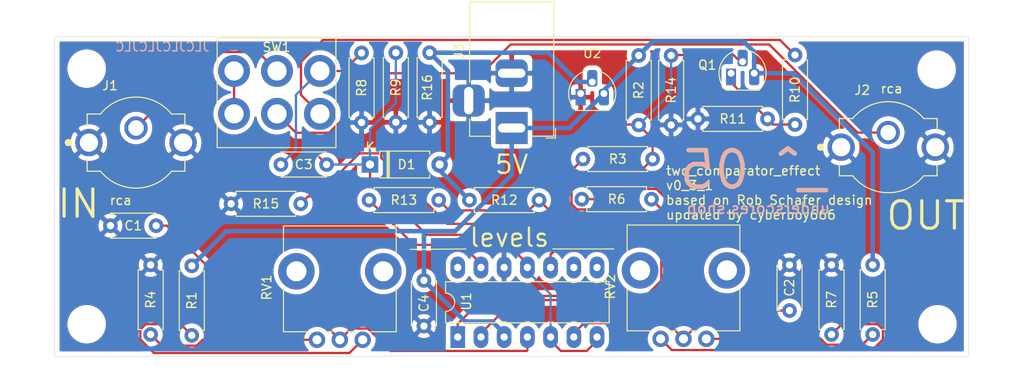
<source format=kicad_pcb>
(kicad_pcb (version 20211014) (generator pcbnew)
  (title_block (title "two_comparator_effect") (date "2022-01-31") (rev "v0_3_1") (company "based on Rob Schafer design, updated by cyberboy666"))
  (layers (0 "F.Cu" signal) (31 "B.Cu" signal) (34 "B.Paste" user) (35 "F.Paste" user) (36 "B.SilkS" user "B.Silkscreen") (37 "F.SilkS" user "F.Silkscreen") (38 "B.Mask" user) (39 "F.Mask" user) (44 "Edge.Cuts" user))
  (net 0 "")
  (net 1 "GND")
  (net 2 "Net-(C1-Pad2)")
  (net 3 "Net-(C2-Pad2)")
  (net 4 "Net-(C3-Pad1)")
  (net 5 "+1.25V")
  (net 6 "Net-(J2-Pad1)")
  (net 7 "+5V")
  (net 8 "Net-(Q1-Pad1)")
  (net 9 "Net-(Q1-Pad2)")
  (net 10 "Net-(R1-Pad2)")
  (net 11 "Net-(R3-Pad1)")
  (net 12 "Net-(R4-Pad2)")
  (net 13 "Net-(R5-Pad2)")
  (net 14 "Net-(R6-Pad1)")
  (net 15 "Net-(R7-Pad2)")
  (net 16 "Net-(R12-Pad1)")
  (net 17 "Net-(R13-Pad1)")
  (net 21 "video_in")
  (net 22 "Net-(J1-Pad1)")
  (net 23 "video_out")
  (net 24 "Net-(SW1-Pad1)")
  (footprint "Capacitor_THT:C_Disc_D4.7mm_W2.5mm_P5.00mm" (layer "F.Cu") (at 96.1 65.7)
    (fp_text reference "C1" (at 2.5 0) (layer "F.SilkS"))
    (fp_text value "1u")
    (fp_line (start 0.03 -1.37) (end 0.03 -1.055) (layer "F.SilkS") (width 0.12))
    (fp_line (start 4.97 -1.37) (end 4.97 -1.055) (layer "F.SilkS") (width 0.12))
    (fp_line (start 4.97 1.055) (end 4.97 1.37) (layer "F.SilkS") (width 0.12))
    (fp_line (start 0.03 1.37) (end 4.97 1.37) (layer "F.SilkS") (width 0.12))
    (fp_line (start 0.03 -1.37) (end 4.97 -1.37) (layer "F.SilkS") (width 0.12))
    (fp_line (start 0.03 1.055) (end 0.03 1.37) (layer "F.SilkS") (width 0.12))
    (pad "1" thru_hole circle locked (at 0 0) (size 1.6 1.6) (drill 0.8) (layers *.Cu *.Mask) (net 1 "GND"))
    (pad "2" thru_hole circle locked (at 5 0) (size 1.6 1.6) (drill 0.8) (layers *.Cu *.Mask) (net 2 "Net-(C1-Pad2)"))
  )
  (footprint "Diode_THT:D_A-405_P7.62mm_Horizontal" (layer "F.Cu") (at 124.5 59)
    (fp_text reference "D1" (at 4 0) (layer "F.SilkS"))
    (fp_text value "1n914")
    (fp_text user "K" (at 0 -1.9) (layer "F.SilkS"))
    (fp_line (start 1.09 -1.14) (end 1.09 -1.47) (layer "F.SilkS") (width 0.12))
    (fp_line (start 6.53 1.47) (end 6.53 1.14) (layer "F.SilkS") (width 0.12))
    (fp_line (start 1.99 -1.47) (end 1.99 1.47) (layer "F.SilkS") (width 0.12))
    (fp_line (start 1.09 -1.47) (end 6.53 -1.47) (layer "F.SilkS") (width 0.12))
    (fp_line (start 1.09 1.47) (end 6.53 1.47) (layer "F.SilkS") (width 0.12))
    (fp_line (start 1.09 1.14) (end 1.09 1.47) (layer "F.SilkS") (width 0.12))
    (fp_line (start 1.87 -1.47) (end 1.87 1.47) (layer "F.SilkS") (width 0.12))
    (fp_line (start 6.53 -1.47) (end 6.53 -1.14) (layer "F.SilkS") (width 0.12))
    (fp_line (start 2.11 -1.47) (end 2.11 1.47) (layer "F.SilkS") (width 0.12))
    (pad "1" thru_hole rect locked (at 0 0) (size 1.8 1.8) (drill 0.9) (layers *.Cu *.Mask) (net 4 "Net-(C3-Pad1)"))
    (pad "2" thru_hole oval locked (at 7.62 0) (size 1.8 1.8) (drill 0.9) (layers *.Cu *.Mask) (net 5 "+1.25V"))
  )
  (footprint "lib:BarrelJack_Horizontal" (layer "F.Cu") (at 140 55 -90)
    (fp_text reference "J3" (at -8.45 5.75 90) (layer "F.SilkS"))
    (fp_text value "Barrel_Jack")
    (fp_line (start -13.8 -4.6) (end 0.9 -4.6) (layer "F.SilkS") (width 0.12))
    (fp_line (start 1.1 -3.75) (end 1.1 -4.8) (layer "F.SilkS") (width 0.12))
    (fp_line (start -13.8 4.6) (end -13.8 -4.6) (layer "F.SilkS") (width 0.12))
    (fp_line (start 0.05 -4.8) (end 1.1 -4.8) (layer "F.SilkS") (width 0.12))
    (fp_line (start 0.9 1.9) (end 0.9 4.6) (layer "F.SilkS") (width 0.12))
    (fp_line (start 0.9 4.6) (end -1 4.6) (layer "F.SilkS") (width 0.12))
    (fp_line (start -5 4.6) (end -13.8 4.6) (layer "F.SilkS") (width 0.12))
    (fp_line (start 0.9 -4.6) (end 0.9 -2) (layer "F.SilkS") (width 0.12))
    (pad "1" thru_hole rect locked (at 0 0 270) (size 3.5 3.5) (drill oval 1 3) (layers *.Cu *.Mask) (net 7 "+5V"))
    (pad "2" thru_hole roundrect locked (at -6 0 270) (size 3 3.5) (drill oval 1 3) (layers *.Cu *.Mask) (net 1 "GND"))
    (pad "3" thru_hole roundrect locked (at -3 4.7 270) (size 3.5 3.5) (drill oval 3 1) (layers *.Cu *.Mask) (net 1 "GND"))
  )
  (footprint "Package_TO_SOT_THT:TO-92_HandSolder" (layer "F.Cu") (at 164 49)
    (fp_text reference "Q1" (at -2.6 -0.9) (layer "F.SilkS"))
    (fp_text value "2N3904")
    (fp_line (start -0.53 1.85) (end 3.07 1.85) (layer "F.SilkS") (width 0.12))
    (fp_arc (start 2.05 -2.45) (mid 3.769931 -0.601036) (end 3.078445 1.827684) (layer "F.SilkS") (width 0.12))
    (fp_arc (start -0.541875 1.841741) (mid -1.247231 -0.581764) (end 0.45 -2.45) (layer "F.SilkS") (width 0.12))
    (pad "1" thru_hole rect locked (at 0 0) (size 1.1 1.8) (drill 0.75 (offset 0 0.4)) (layers *.Cu *.Mask) (net 8 "Net-(Q1-Pad1)"))
    (pad "2" thru_hole roundrect locked (at 1.27 -1.27) (size 1.1 1.8) (drill 0.75 (offset 0 -0.4)) (layers *.Cu *.Mask) (net 9 "Net-(Q1-Pad2)"))
    (pad "3" thru_hole roundrect locked (at 2.54 0) (size 1.1 1.8) (drill 0.75 (offset 0 0.4)) (layers *.Cu *.Mask) (net 7 "+5V"))
  )
  (footprint "Resistor_THT:R_Axial_DIN0207_L6.3mm_D2.5mm_P7.62mm_Horizontal" (layer "F.Cu") (at 105 70.1 -90)
    (fp_text reference "R1" (at 3.81 0 90) (layer "F.SilkS"))
    (fp_text value "3k")
    (fp_line (start 7.08 1.37) (end 7.08 1.04) (layer "F.SilkS") (width 0.12))
    (fp_line (start 0.54 1.04) (end 0.54 1.37) (layer "F.SilkS") (width 0.12))
    (fp_line (start 0.54 1.37) (end 7.08 1.37) (layer "F.SilkS") (width 0.12))
    (fp_line (start 7.08 -1.37) (end 7.08 -1.04) (layer "F.SilkS") (width 0.12))
    (fp_line (start 0.54 -1.04) (end 0.54 -1.37) (layer "F.SilkS") (width 0.12))
    (fp_line (start 0.54 -1.37) (end 7.08 -1.37) (layer "F.SilkS") (width 0.12))
    (pad "1" thru_hole circle locked (at 0 0 270) (size 1.6 1.6) (drill 0.8) (layers *.Cu *.Mask) (net 7 "+5V"))
    (pad "2" thru_hole oval locked (at 7.62 0 270) (size 1.6 1.6) (drill 0.8) (layers *.Cu *.Mask) (net 10 "Net-(R1-Pad2)"))
  )
  (footprint "Resistor_THT:R_Axial_DIN0207_L6.3mm_D2.5mm_P7.62mm_Horizontal" (layer "F.Cu") (at 153.9 47.05 -90)
    (fp_text reference "R2" (at 3.81 0 90) (layer "F.SilkS"))
    (fp_text value "1k")
    (fp_line (start 0.54 -1.04) (end 0.54 -1.37) (layer "F.SilkS") (width 0.12))
    (fp_line (start 7.08 -1.37) (end 7.08 -1.04) (layer "F.SilkS") (width 0.12))
    (fp_line (start 0.54 -1.37) (end 7.08 -1.37) (layer "F.SilkS") (width 0.12))
    (fp_line (start 0.54 1.37) (end 7.08 1.37) (layer "F.SilkS") (width 0.12))
    (fp_line (start 7.08 1.37) (end 7.08 1.04) (layer "F.SilkS") (width 0.12))
    (fp_line (start 0.54 1.04) (end 0.54 1.37) (layer "F.SilkS") (width 0.12))
    (pad "1" thru_hole circle locked (at 0 0 270) (size 1.6 1.6) (drill 0.8) (layers *.Cu *.Mask) (net 7 "+5V"))
    (pad "2" thru_hole oval locked (at 7.62 0 270) (size 1.6 1.6) (drill 0.8) (layers *.Cu *.Mask) (net 9 "Net-(Q1-Pad2)"))
  )
  (footprint "Resistor_THT:R_Axial_DIN0207_L6.3mm_D2.5mm_P7.62mm_Horizontal" (layer "F.Cu") (at 100.5 70 -90)
    (fp_text reference "R4" (at 3.81 0 90) (layer "F.SilkS"))
    (fp_text value "910")
    (fp_line (start 0.54 1.04) (end 0.54 1.37) (layer "F.SilkS") (width 0.12))
    (fp_line (start 0.54 -1.04) (end 0.54 -1.37) (layer "F.SilkS") (width 0.12))
    (fp_line (start 7.08 -1.37) (end 7.08 -1.04) (layer "F.SilkS") (width 0.12))
    (fp_line (start 0.54 -1.37) (end 7.08 -1.37) (layer "F.SilkS") (width 0.12))
    (fp_line (start 0.54 1.37) (end 7.08 1.37) (layer "F.SilkS") (width 0.12))
    (fp_line (start 7.08 1.37) (end 7.08 1.04) (layer "F.SilkS") (width 0.12))
    (pad "1" thru_hole circle locked (at 0 0 270) (size 1.6 1.6) (drill 0.8) (layers *.Cu *.Mask) (net 1 "GND"))
    (pad "2" thru_hole oval locked (at 7.62 0 270) (size 1.6 1.6) (drill 0.8) (layers *.Cu *.Mask) (net 12 "Net-(R4-Pad2)"))
  )
  (footprint "Resistor_THT:R_Axial_DIN0207_L6.3mm_D2.5mm_P7.62mm_Horizontal" (layer "F.Cu") (at 123.575 46.775 -90)
    (fp_text reference "R8" (at 3.81 0 90) (layer "F.SilkS"))
    (fp_text value "75")
    (fp_line (start 0.54 1.37) (end 7.08 1.37) (layer "F.SilkS") (width 0.12))
    (fp_line (start 0.54 -1.37) (end 7.08 -1.37) (layer "F.SilkS") (width 0.12))
    (fp_line (start 0.54 -1.04) (end 0.54 -1.37) (layer "F.SilkS") (width 0.12))
    (fp_line (start 7.08 -1.37) (end 7.08 -1.04) (layer "F.SilkS") (width 0.12))
    (fp_line (start 7.08 1.37) (end 7.08 1.04) (layer "F.SilkS") (width 0.12))
    (fp_line (start 0.54 1.04) (end 0.54 1.37) (layer "F.SilkS") (width 0.12))
    (pad "1" thru_hole circle locked (at 0 0 270) (size 1.6 1.6) (drill 0.8) (layers *.Cu *.Mask) (net 21 "video_in"))
    (pad "2" thru_hole oval locked (at 7.62 0 270) (size 1.6 1.6) (drill 0.8) (layers *.Cu *.Mask) (net 1 "GND"))
  )
  (footprint "Resistor_THT:R_Axial_DIN0207_L6.3mm_D2.5mm_P7.62mm_Horizontal" (layer "F.Cu") (at 127.325 46.75 -90)
    (fp_text reference "R9" (at 3.81 0 90) (layer "F.SilkS"))
    (fp_text value "150k")
    (fp_line (start 7.08 1.37) (end 7.08 1.04) (layer "F.SilkS") (width 0.12))
    (fp_line (start 0.54 -1.04) (end 0.54 -1.37) (layer "F.SilkS") (width 0.12))
    (fp_line (start 0.54 1.37) (end 7.08 1.37) (layer "F.SilkS") (width 0.12))
    (fp_line (start 0.54 1.04) (end 0.54 1.37) (layer "F.SilkS") (width 0.12))
    (fp_line (start 7.08 -1.37) (end 7.08 -1.04) (layer "F.SilkS") (width 0.12))
    (fp_line (start 0.54 -1.37) (end 7.08 -1.37) (layer "F.SilkS") (width 0.12))
    (pad "1" thru_hole circle locked (at 0 0 270) (size 1.6 1.6) (drill 0.8) (layers *.Cu *.Mask) (net 4 "Net-(C3-Pad1)"))
    (pad "2" thru_hole oval locked (at 7.62 0 270) (size 1.6 1.6) (drill 0.8) (layers *.Cu *.Mask) (net 1 "GND"))
  )
  (footprint "Resistor_THT:R_Axial_DIN0207_L6.3mm_D2.5mm_P7.62mm_Horizontal" (layer "F.Cu") (at 171 47 -90)
    (fp_text reference "R10" (at 3.81 0 90) (layer "F.SilkS"))
    (fp_text value "75")
    (fp_line (start 0.54 1.37) (end 7.08 1.37) (layer "F.SilkS") (width 0.12))
    (fp_line (start 7.08 1.37) (end 7.08 1.04) (layer "F.SilkS") (width 0.12))
    (fp_line (start 0.54 -1.37) (end 7.08 -1.37) (layer "F.SilkS") (width 0.12))
    (fp_line (start 0.54 1.04) (end 0.54 1.37) (layer "F.SilkS") (width 0.12))
    (fp_line (start 0.54 -1.04) (end 0.54 -1.37) (layer "F.SilkS") (width 0.12))
    (fp_line (start 7.08 -1.37) (end 7.08 -1.04) (layer "F.SilkS") (width 0.12))
    (pad "1" thru_hole circle locked (at 0 0 270) (size 1.6 1.6) (drill 0.8) (layers *.Cu *.Mask) (net 23 "video_out"))
    (pad "2" thru_hole oval locked (at 7.62 0 270) (size 1.6 1.6) (drill 0.8) (layers *.Cu *.Mask) (net 8 "Net-(Q1-Pad1)"))
  )
  (footprint "Resistor_THT:R_Axial_DIN0207_L6.3mm_D2.5mm_P7.62mm_Horizontal" (layer "F.Cu") (at 168 54 180)
    (fp_text reference "R11" (at 3.81 0) (layer "F.SilkS"))
    (fp_text value "47")
    (fp_line (start 7.08 -1.37) (end 7.08 -1.04) (layer "F.SilkS") (width 0.12))
    (fp_line (start 0.54 -1.04) (end 0.54 -1.37) (layer "F.SilkS") (width 0.12))
    (fp_line (start 0.54 1.04) (end 0.54 1.37) (layer "F.SilkS") (width 0.12))
    (fp_line (start 0.54 1.37) (end 7.08 1.37) (layer "F.SilkS") (width 0.12))
    (fp_line (start 0.54 -1.37) (end 7.08 -1.37) (layer "F.SilkS") (width 0.12))
    (fp_line (start 7.08 1.37) (end 7.08 1.04) (layer "F.SilkS") (width 0.12))
    (pad "1" thru_hole circle locked (at 0 0 180) (size 1.6 1.6) (drill 0.8) (layers *.Cu *.Mask) (net 8 "Net-(Q1-Pad1)"))
    (pad "2" thru_hole oval locked (at 7.62 0 180) (size 1.6 1.6) (drill 0.8) (layers *.Cu *.Mask) (net 1 "GND"))
  )
  (footprint "Resistor_THT:R_Axial_DIN0207_L6.3mm_D2.5mm_P7.62mm_Horizontal" (layer "F.Cu") (at 143 62.9 180)
    (fp_text reference "R12" (at 3.81 0) (layer "F.SilkS"))
    (fp_text value "470")
    (fp_line (start 7.08 -1.37) (end 7.08 -1.04) (layer "F.SilkS") (width 0.12))
    (fp_line (start 0.54 -1.37) (end 7.08 -1.37) (layer "F.SilkS") (width 0.12))
    (fp_line (start 7.08 1.37) (end 7.08 1.04) (layer "F.SilkS") (width 0.12))
    (fp_line (start 0.54 1.37) (end 7.08 1.37) (layer "F.SilkS") (width 0.12))
    (fp_line (start 0.54 -1.04) (end 0.54 -1.37) (layer "F.SilkS") (width 0.12))
    (fp_line (start 0.54 1.04) (end 0.54 1.37) (layer "F.SilkS") (width 0.12))
    (pad "1" thru_hole circle locked (at 0 0 180) (size 1.6 1.6) (drill 0.8) (layers *.Cu *.Mask) (net 16 "Net-(R12-Pad1)"))
    (pad "2" thru_hole oval locked (at 7.62 0 180) (size 1.6 1.6) (drill 0.8) (layers *.Cu *.Mask) (net 5 "+1.25V"))
  )
  (footprint "Resistor_THT:R_Axial_DIN0207_L6.3mm_D2.5mm_P7.62mm_Horizontal" (layer "F.Cu") (at 124.4 62.9)
    (fp_text reference "R13" (at 3.81 0) (layer "F.SilkS"))
    (fp_text value "180")
    (fp_line (start 0.54 1.04) (end 0.54 1.37) (layer "F.SilkS") (width 0.12))
    (fp_line (start 0.54 -1.04) (end 0.54 -1.37) (layer "F.SilkS") (width 0.12))
    (fp_line (start 0.54 -1.37) (end 7.08 -1.37) (layer "F.SilkS") (width 0.12))
    (fp_line (start 7.08 1.37) (end 7.08 1.04) (layer "F.SilkS") (width 0.12))
    (fp_line (start 7.08 -1.37) (end 7.08 -1.04) (layer "F.SilkS") (width 0.12))
    (fp_line (start 0.54 1.37) (end 7.08 1.37) (layer "F.SilkS") (width 0.12))
    (pad "1" thru_hole circle locked (at 0 0) (size 1.6 1.6) (drill 0.8) (layers *.Cu *.Mask) (net 17 "Net-(R13-Pad1)"))
    (pad "2" thru_hole oval locked (at 7.62 0) (size 1.6 1.6) (drill 0.8) (layers *.Cu *.Mask) (net 9 "Net-(Q1-Pad2)"))
  )
  (footprint "Resistor_THT:R_Axial_DIN0207_L6.3mm_D2.5mm_P7.62mm_Horizontal" (layer "F.Cu") (at 157.45 47.05 -90)
    (fp_text reference "R14" (at 3.81 0 90) (layer "F.SilkS"))
    (fp_text value "1.5k")
    (fp_line (start 0.54 1.04) (end 0.54 1.37) (layer "F.SilkS") (width 0.12))
    (fp_line (start 0.54 1.37) (end 7.08 1.37) (layer "F.SilkS") (width 0.12))
    (fp_line (start 0.54 -1.04) (end 0.54 -1.37) (layer "F.SilkS") (width 0.12))
    (fp_line (start 0.54 -1.37) (end 7.08 -1.37) (layer "F.SilkS") (width 0.12))
    (fp_line (start 7.08 1.37) (end 7.08 1.04) (layer "F.SilkS") (width 0.12))
    (fp_line (start 7.08 -1.37) (end 7.08 -1.04) (layer "F.SilkS") (width 0.12))
    (pad "1" thru_hole circle locked (at 0 0 270) (size 1.6 1.6) (drill 0.8) (layers *.Cu *.Mask) (net 9 "Net-(Q1-Pad2)"))
    (pad "2" thru_hole oval locked (at 7.62 0 270) (size 1.6 1.6) (drill 0.8) (layers *.Cu *.Mask) (net 1 "GND"))
  )
  (footprint "Resistor_THT:R_Axial_DIN0207_L6.3mm_D2.5mm_P7.62mm_Horizontal" (layer "F.Cu") (at 109.3 63.3)
    (fp_text reference "R15" (at 3.81 0) (layer "F.SilkS"))
    (fp_text value "1k")
    (fp_line (start 0.54 1.04) (end 0.54 1.37) (layer "F.SilkS") (width 0.12))
    (fp_line (start 0.54 -1.04) (end 0.54 -1.37) (layer "F.SilkS") (width 0.12))
    (fp_line (start 0.54 -1.37) (end 7.08 -1.37) (layer "F.SilkS") (width 0.12))
    (fp_line (start 7.08 -1.37) (end 7.08 -1.04) (layer "F.SilkS") (width 0.12))
    (fp_line (start 7.08 1.37) (end 7.08 1.04) (layer "F.SilkS") (width 0.12))
    (fp_line (start 0.54 1.37) (end 7.08 1.37) (layer "F.SilkS") (width 0.12))
    (pad "1" thru_hole circle locked (at 0 0) (size 1.6 1.6) (drill 0.8) (layers *.Cu *.Mask) (net 1 "GND"))
    (pad "2" thru_hole oval locked (at 7.62 0) (size 1.6 1.6) (drill 0.8) (layers *.Cu *.Mask) (net 16 "Net-(R12-Pad1)"))
  )
  (footprint "Resistor_THT:R_Axial_DIN0207_L6.3mm_D2.5mm_P7.62mm_Horizontal" (layer "F.Cu") (at 131.025 46.75 -90)
    (fp_text reference "R16" (at 3.81 0.25 90) (layer "F.SilkS"))
    (fp_text value "100")
    (fp_line (start 7.08 -1.37) (end 7.08 -1.04) (layer "F.SilkS") (width 0.12))
    (fp_line (start 0.54 1.37) (end 7.08 1.37) (layer "F.SilkS") (width 0.12))
    (fp_line (start 0.54 -1.37) (end 7.08 -1.37) (layer "F.SilkS") (width 0.12))
    (fp_line (start 0.54 -1.04) (end 0.54 -1.37) (layer "F.SilkS") (width 0.12))
    (fp_line (start 7.08 1.37) (end 7.08 1.04) (layer "F.SilkS") (width 0.12))
    (fp_line (start 0.54 1.04) (end 0.54 1.37) (layer "F.SilkS") (width 0.12))
    (pad "1" thru_hole circle locked (at 0 0 270) (size 1.6 1.6) (drill 0.8) (layers *.Cu *.Mask) (net 5 "+1.25V"))
    (pad "2" thru_hole oval locked (at 7.62 0 270) (size 1.6 1.6) (drill 0.8) (layers *.Cu *.Mask) (net 1 "GND"))
  )
  (footprint "lib:Potentiometer_Vertical_Large" (layer "F.Cu") (at 123.7 78.2 90)
    (fp_text reference "RV1" (at 5.725 -10.5 90) (layer "F.SilkS"))
    (fp_text value "1k_pot")
    (fp_line (start 0.88 0.87) (end 0.88 3.67) (layer "F.SilkS") (width 0.12))
    (fp_line (start 9.455 -8.67) (end 12.47 -8.67) (layer "F.SilkS") (width 0.12))
    (fp_line (start 0.88 -8.67) (end 0.88 -5.871) (layer "F.SilkS") (width 0.12))
    (fp_line (start 9.455 3.67) (end 12.47 3.67) (layer "F.SilkS") (width 0.12))
    (fp_line (start 12.47 -8.67) (end 12.47 3.67) (layer "F.SilkS") (width 0.12))
    (fp_line (start 0.88 -1.629) (end 0.88 -0.87) (layer "F.SilkS") (width 0.12))
    (fp_line (start 0.88 -4.129) (end 0.88 -3.37) (layer "F.SilkS") (width 0.12))
    (fp_line (start 0.88 3.67) (end 5.546 3.67) (layer "F.SilkS") (width 0.12))
    (fp_line (start 0.88 -8.67) (end 5.546 -8.67) (layer "F.SilkS") (width 0.12))
    (pad "" np_thru_hole circle locked (at 7.5 -7.25 90) (size 4 4) (drill 2.2) (layers *.Cu *.Mask))
    (pad "" np_thru_hole circle locked (at 7.5 2.25 90) (size 4 4) (drill 2.2) (layers *.Cu *.Mask))
    (pad "1" thru_hole circle locked (at 0 0 90) (size 1.8 1.8) (drill 1) (layers *.Cu *.Mask) (net 10 "Net-(R1-Pad2)"))
    (pad "2" thru_hole circle locked (at 0 -2.5 90) (size 1.8 1.8) (drill 1) (layers *.Cu *.Mask) (net 2 "Net-(C1-Pad2)"))
    (pad "3" thru_hole circle locked (at 0 -5 90) (size 1.8 1.8) (drill 1) (layers *.Cu *.Mask) (net 12 "Net-(R4-Pad2)"))
  )
  (footprint "Package_TO_SOT_THT:TO-92_HandSolder" (layer "F.Cu") (at 147.55 51.225)
    (fp_text reference "U2" (at 1.27 -4.4) (layer "F.SilkS"))
    (fp_text value "LM317")
    (fp_line (start -0.53 1.85) (end 3.07 1.85) (layer "F.SilkS") (width 0.12))
    (fp_arc (start -0.541875 1.841741) (mid -1.247231 -0.581764) (end 0.45 -2.45) (layer "F.SilkS") (width 0.12))
    (fp_arc (start 2.05 -2.45) (mid 3.769931 -0.601036) (end 3.078445 1.827684) (layer "F.SilkS") (width 0.12))
    (pad "1" thru_hole rect locked (at 0 0) (size 1.1 1.8) (drill 0.75 (offset 0 0.4)) (layers *.Cu *.Mask) (net 1 "GND"))
    (pad "2" thru_hole roundrect locked (at 1.27 -1.27) (size 1.1 1.8) (drill 0.75 (offset 0 -0.4)) (layers *.Cu *.Mask) (net 5 "+1.25V"))
    (pad "3" thru_hole roundrect locked (at 2.54 0) (size 1.1 1.8) (drill 0.75 (offset 0 0.4)) (layers *.Cu *.Mask) (net 7 "+5V"))
  )
  (footprint "Capacitor_THT:C_Disc_D4.7mm_W2.5mm_P5.00mm" (layer "F.Cu") (at 119.75 59 180)
    (fp_text reference "C3" (at 2.5 0) (layer "F.SilkS"))
    (fp_text value "1u")
    (fp_line (start 0.03 -1.37) (end 0.03 -1.055) (layer "F.SilkS") (width 0.12))
    (fp_line (start 0.03 -1.37) (end 4.97 -1.37) (layer "F.SilkS") (width 0.12))
    (fp_line (start 4.97 1.055) (end 4.97 1.37) (layer "F.SilkS") (width 0.12))
    (fp_line (start 0.03 1.37) (end 4.97 1.37) (layer "F.SilkS") (width 0.12))
    (fp_line (start 4.97 -1.37) (end 4.97 -1.055) (layer "F.SilkS") (width 0.12))
    (fp_line (start 0.03 1.055) (end 0.03 1.37) (layer "F.SilkS") (width 0.12))
    (pad "1" thru_hole circle locked (at 0 0 180) (size 1.6 1.6) (drill 0.8) (layers *.Cu *.Mask) (net 4 "Net-(C3-Pad1)"))
    (pad "2" thru_hole circle locked (at 5 0 180) (size 1.6 1.6) (drill 0.8) (layers *.Cu *.Mask) (net 21 "video_in"))
  )
  (footprint "Resistor_THT:R_Axial_DIN0207_L6.3mm_D2.5mm_P7.62mm_Horizontal" (layer "F.Cu") (at 179.5 70 -90)
    (fp_text reference "R5" (at 3.81 0 90) (layer "F.SilkS"))
    (fp_text value "3k")
    (fp_line (start 0.54 1.04) (end 0.54 1.37) (layer "F.SilkS") (width 0.12))
    (fp_line (start 0.54 -1.04) (end 0.54 -1.37) (layer "F.SilkS") (width 0.12))
    (fp_line (start 7.08 1.37) (end 7.08 1.04) (layer "F.SilkS") (width 0.12))
    (fp_line (start 0.54 -1.37) (end 7.08 -1.37) (layer "F.SilkS") (width 0.12))
    (fp_line (start 7.08 -1.37) (end 7.08 -1.04) (layer "F.SilkS") (width 0.12))
    (fp_line (start 0.54 1.37) (end 7.08 1.37) (layer "F.SilkS") (width 0.12))
    (pad "1" thru_hole circle locked (at 0 0 270) (size 1.6 1.6) (drill 0.8) (layers *.Cu *.Mask) (net 7 "+5V"))
    (pad "2" thru_hole oval locked (at 7.62 0 270) (size 1.6 1.6) (drill 0.8) (layers *.Cu *.Mask) (net 13 "Net-(R5-Pad2)"))
  )
  (footprint "Resistor_THT:R_Axial_DIN0207_L6.3mm_D2.5mm_P7.62mm_Horizontal" (layer "F.Cu") (at 147.8 58.4)
    (fp_text reference "R3" (at 3.81 0) (layer "F.SilkS"))
    (fp_text value "1.2k")
    (fp_line (start 0.54 1.04) (end 0.54 1.37) (layer "F.SilkS") (width 0.12))
    (fp_line (start 0.54 -1.37) (end 7.08 -1.37) (layer "F.SilkS") (width 0.12))
    (fp_line (start 7.08 -1.37) (end 7.08 -1.04) (layer "F.SilkS") (width 0.12))
    (fp_line (start 0.54 -1.04) (end 0.54 -1.37) (layer "F.SilkS") (width 0.12))
    (fp_line (start 0.54 1.37) (end 7.08 1.37) (layer "F.SilkS") (width 0.12))
    (fp_line (start 7.08 1.37) (end 7.08 1.04) (layer "F.SilkS") (width 0.12))
    (pad "1" thru_hole circle locked (at 0 0) (size 1.6 1.6) (drill 0.8) (layers *.Cu *.Mask) (net 11 "Net-(R3-Pad1)"))
    (pad "2" thru_hole oval locked (at 7.62 0) (size 1.6 1.6) (drill 0.8) (layers *.Cu *.Mask) (net 9 "Net-(Q1-Pad2)"))
  )
  (footprint "Capacitor_THT:C_Disc_D4.7mm_W2.5mm_P5.00mm" (layer "F.Cu") (at 170.4 70 -90)
    (fp_text reference "C2" (at 2.5 0 90) (layer "F.SilkS"))
    (fp_text value "1u")
    (fp_line (start 4.97 1.055) (end 4.97 1.37) (layer "F.SilkS") (width 0.12))
    (fp_line (start 4.97 -1.37) (end 4.97 -1.055) (layer "F.SilkS") (width 0.12))
    (fp_line (start 0.03 -1.37) (end 4.97 -1.37) (layer "F.SilkS") (width 0.12))
    (fp_line (start 0.03 1.37) (end 4.97 1.37) (layer "F.SilkS") (width 0.12))
    (fp_line (start 0.03 1.055) (end 0.03 1.37) (layer "F.SilkS") (width 0.12))
    (fp_line (start 0.03 -1.37) (end 0.03 -1.055) (layer "F.SilkS") (width 0.12))
    (pad "1" thru_hole circle locked (at 0 0 270) (size 1.6 1.6) (drill 0.8) (layers *.Cu *.Mask) (net 1 "GND"))
    (pad "2" thru_hole circle locked (at 5 0 270) (size 1.6 1.6) (drill 0.8) (layers *.Cu *.Mask) (net 3 "Net-(C2-Pad2)"))
  )
  (footprint "Resistor_THT:R_Axial_DIN0207_L6.3mm_D2.5mm_P7.62mm_Horizontal" (layer "F.Cu") (at 155.3 62.8 180)
    (fp_text reference "R6" (at 3.81 0) (layer "F.SilkS"))
    (fp_text value "680")
    (fp_line (start 0.54 -1.37) (end 7.08 -1.37) (layer "F.SilkS") (width 0.12))
    (fp_line (start 0.54 1.37) (end 7.08 1.37) (layer "F.SilkS") (width 0.12))
    (fp_line (start 0.54 1.04) (end 0.54 1.37) (layer "F.SilkS") (width 0.12))
    (fp_line (start 0.54 -1.04) (end 0.54 -1.37) (layer "F.SilkS") (width 0.12))
    (fp_line (start 7.08 -1.37) (end 7.08 -1.04) (layer "F.SilkS") (width 0.12))
    (fp_line (start 7.08 1.37) (end 7.08 1.04) (layer "F.SilkS") (width 0.12))
    (pad "1" thru_hole circle locked (at 0 0 180) (size 1.6 1.6) (drill 0.8) (layers *.Cu *.Mask) (net 14 "Net-(R6-Pad1)"))
    (pad "2" thru_hole oval locked (at 7.62 0 180) (size 1.6 1.6) (drill 0.8) (layers *.Cu *.Mask) (net 9 "Net-(Q1-Pad2)"))
  )
  (footprint "Resistor_THT:R_Axial_DIN0207_L6.3mm_D2.5mm_P7.62mm_Horizontal" (layer "F.Cu") (at 175 70 -90)
    (fp_text reference "R7" (at 3.81 0 90) (layer "F.SilkS"))
    (fp_text value "910")
    (fp_line (start 0.54 -1.37) (end 7.08 -1.37) (layer "F.SilkS") (width 0.12))
    (fp_line (start 0.54 -1.04) (end 0.54 -1.37) (layer "F.SilkS") (width 0.12))
    (fp_line (start 0.54 1.04) (end 0.54 1.37) (layer "F.SilkS") (width 0.12))
    (fp_line (start 7.08 -1.37) (end 7.08 -1.04) (layer "F.SilkS") (width 0.12))
    (fp_line (start 7.08 1.37) (end 7.08 1.04) (layer "F.SilkS") (width 0.12))
    (fp_line (start 0.54 1.37) (end 7.08 1.37) (layer "F.SilkS") (width 0.12))
    (pad "1" thru_hole circle locked (at 0 0 270) (size 1.6 1.6) (drill 0.8) (layers *.Cu *.Mask) (net 1 "GND"))
    (pad "2" thru_hole oval locked (at 7.62 0 270) (size 1.6 1.6) (drill 0.8) (layers *.Cu *.Mask) (net 15 "Net-(R7-Pad2)"))
  )
  (footprint "Capacitor_THT:C_Disc_D4.7mm_W2.5mm_P5.00mm" (layer "F.Cu") (at 130.4 71.7 -90)
    (fp_text reference "C4" (at 2.5 0 90) (layer "F.SilkS"))
    (fp_text value "0.1u")
    (fp_line (start 4.97 -1.37) (end 4.97 -1.055) (layer "F.SilkS") (width 0.12))
    (fp_line (start 0.03 -1.37) (end 4.97 -1.37) (layer "F.SilkS") (width 0.12))
    (fp_line (start 0.03 1.055) (end 0.03 1.37) (layer "F.SilkS") (width 0.12))
    (fp_line (start 4.97 1.055) (end 4.97 1.37) (layer "F.SilkS") (width 0.12))
    (fp_line (start 0.03 -1.37) (end 0.03 -1.055) (layer "F.SilkS") (width 0.12))
    (fp_line (start 0.03 1.37) (end 4.97 1.37) (layer "F.SilkS") (width 0.12))
    (pad "1" thru_hole circle locked (at 0 0 270) (size 1.6 1.6) (drill 0.8) (layers *.Cu *.Mask) (net 7 "+5V"))
    (pad "2" thru_hole circle locked (at 5 0 270) (size 1.6 1.6) (drill 0.8) (layers *.Cu *.Mask) (net 1 "GND"))
  )
  (footprint "Package_DIP:DIP-14_W7.62mm_LongPads" (layer "F.Cu") (at 134.1 77.9 90)
    (fp_text reference "U1" (at 3.9 0.95 90) (layer "F.SilkS"))
    (fp_text value "LM339")
    (fp_line (start 6.06 -1.33) (end 4.81 -1.33) (layer "F.SilkS") (width 0.12))
    (fp_line (start 6.06 16.57) (end 6.06 -1.33) (layer "F.SilkS") (width 0.12))
    (fp_line (start 2.81 -1.33) (end 1.56 -1.33) (layer "F.SilkS") (width 0.12))
    (fp_line (start 1.56 -1.33) (end 1.56 16.57) (layer "F.SilkS") (width 0.12))
    (fp_line (start 1.56 16.57) (end 6.06 16.57) (layer "F.SilkS") (width 0.12))
    (fp_arc (start 4.81 -1.33) (mid 3.81 -0.33) (end 2.81 -1.33) (layer "F.SilkS") (width 0.12))
    (pad "1" thru_hole rect locked (at 0 0 90) (size 2.4 1.6) (drill 0.8) (layers *.Cu *.Mask) (net 14 "Net-(R6-Pad1)"))
    (pad "2" thru_hole oval locked (at 0 2.54 90) (size 2.4 1.6) (drill 0.8) (layers *.Cu *.Mask) (net 11 "Net-(R3-Pad1)"))
    (pad "3" thru_hole oval locked (at 0 5.08 90) (size 2.4 1.6) (drill 0.8) (layers *.Cu *.Mask) (net 7 "+5V"))
    (pad "4" thru_hole oval locked (at 0 7.62 90) (size 2.4 1.6) (drill 0.8) (layers *.Cu *.Mask) (net 2 "Net-(C1-Pad2)"))
    (pad "5" thru_hole oval locked (at 0 10.16 90) (size 2.4 1.6) (drill 0.8) (layers *.Cu *.Mask) (net 4 "Net-(C3-Pad1)"))
    (pad "6" thru_hole oval locked (at 0 12.7 90) (size 2.4 1.6) (drill 0.8) (layers *.Cu *.Mask) (net 3 "Net-(C2-Pad2)"))
    (pad "7" thru_hole oval locked (at 0 15.24 90) (size 2.4 1.6) (drill 0.8) (layers *.Cu *.Mask) (net 4 "Net-(C3-Pad1)"))
    (pad "8" thru_hole oval locked (at 7.62 15.24 90) (size 2.4 1.6) (drill 0.8) (layers *.Cu *.Mask))
    (pad "9" thru_hole oval locked (at 7.62 12.7 90) (size 2.4 1.6) (drill 0.8) (layers *.Cu *.Mask))
    (pad "10" thru_hole oval locked (at 7.62 10.16 90) (size 2.4 1.6) (drill 0.8) (layers *.Cu *.Mask) (net 16 "Net-(R12-Pad1)"))
    (pad "11" thru_hole oval locked (at 7.62 7.62 90) (size 2.4 1.6) (drill 0.8) (layers *.Cu *.Mask) (net 4 "Net-(C3-Pad1)"))
    (pad "12" thru_hole oval locked (at 7.62 5.08 90) (size 2.4 1.6) (drill 0.8) (layers *.Cu *.Mask) (net 1 "GND"))
    (pad "13" thru_hole oval locked (at 7.62 2.54 90) (size 2.4 1.6) (drill 0.8) (layers *.Cu *.Mask) (net 17 "Net-(R13-Pad1)"))
    (pad "14" thru_hole oval locked (at 7.62 0 90) (size 2.4 1.6) (drill 0.8) (layers *.Cu *.Mask))
  )
  (footprint "MountingHole:MountingHole_3.2mm_M3" (layer "F.Cu") (at 93.5 48.5)
    (fp_text reference "REF**" hide)
    (fp_text value "MountingHole_3.2mm_M3")
    (pad "" np_thru_hole circle locked (at 0 0) (size 3.2 3.2) (drill 3.2) (layers *.Cu *.Mask))
  )
  (footprint "MountingHole:MountingHole_3.2mm_M3" (layer "F.Cu") (at 186.5 48.6)
    (fp_text reference "REF**" hide)
    (fp_text value "MountingHole_3.2mm_M3")
    (pad "" np_thru_hole circle locked (at 0 0) (size 3.2 3.2) (drill 3.2) (layers *.Cu *.Mask))
  )
  (footprint "MountingHole:MountingHole_3.2mm_M3" (layer "F.Cu") (at 93.5 76.5)
    (fp_text reference "REF**" hide)
    (fp_text value "MountingHole_3.2mm_M3")
    (pad "" np_thru_hole circle locked (at 0 0) (size 3.2 3.2) (drill 3.2) (layers *.Cu *.Mask))
  )
  (footprint "MountingHole:MountingHole_3.2mm_M3" (layer "F.Cu") (at 186.6 76.5)
    (fp_text reference "REF**" hide)
    (fp_text value "MountingHole_3.2mm_M3")
    (pad "" np_thru_hole circle locked (at 0 0) (size 3.2 3.2) (drill 3.2) (layers *.Cu *.Mask))
  )
  (footprint "lib:tht_rca_vertical" (layer "F.Cu") (at 98.9 56.6)
    (fp_text reference "J1" (at -2.84404 -6.24388) (layer "F.SilkS") (effects (font (size 1.00143 1.00143))))
    (fp_text value "rca" (at -1.67672 6.32154) (layer "F.SilkS") (effects (font (size 1.00104 1.00104))))
    (fp_line (start 5.35 1.765) (end 5.35 3.135) (layer "F.SilkS") (width 0.127))
    (fp_line (start 5.35 -3.135) (end 5.35 -1.765) (layer "F.SilkS") (width 0.127))
    (fp_line (start -3.884 3.135) (end -5.35 3.135) (layer "F.SilkS") (width 0.127))
    (fp_line (start -5.35 -3.135) (end -5.35 -1.765) (layer "F.SilkS") (width 0.127))
    (fp_line (start 5.35 3.135) (end 3.884 3.135) (layer "F.SilkS") (width 0.127))
    (fp_line (start 5.35 -3.135) (end 3.884 -3.135) (layer "F.SilkS") (width 0.127))
    (fp_line (start -3.884 -3.135) (end -5.35 -3.135) (layer "F.SilkS") (width 0.127))
    (fp_line (start -5.35 1.765) (end -5.35 3.135) (layer "F.SilkS") (width 0.127))
    (fp_arc (start 3.882076 3.137372) (mid -0.001527 4.986221) (end -3.884 3.135) (layer "F.SilkS") (width 0.127))
    (fp_arc (start -3.882076 -3.137372) (mid 0.001527 -4.986221) (end 3.884 -3.135) (layer "F.SilkS") (width 0.127))
    (fp_circle (center -7.4 0) (end -7.2 0) (layer "F.SilkS") (width 0.4) (fill none))
    (pad "1" thru_hole circle locked (at 0 -1.6) (size 2.55 2.55) (drill 1.7) (layers *.Cu *.Mask) (net 22 "Net-(J1-Pad1)"))
    (pad "2" thru_hole circle locked (at 5.15 0) (size 3 3) (drill 2) (layers *.Cu *.Mask) (net 1 "GND"))
    (pad "2" thru_hole circle locked (at -5.15 0) (size 3 3) (drill 2) (layers *.Cu *.Mask) (net 1 "GND"))
  )
  (footprint "lib:Potentiometer_Vertical_Large" (layer "F.Cu") (at 161.3 78.1 90)
    (fp_text reference "RV2" (at 5.725 -10.5 90) (layer "F.SilkS"))
    (fp_text value "1k_pot")
    (fp_line (start 0.88 3.67) (end 5.546 3.67) (layer "F.SilkS") (width 0.12))
    (fp_line (start 0.88 -8.67) (end 5.546 -8.67) (layer "F.SilkS") (width 0.12))
    (fp_line (start 9.455 -8.67) (end 12.47 -8.67) (layer "F.SilkS") (width 0.12))
    (fp_line (start 9.455 3.67) (end 12.47 3.67) (layer "F.SilkS") (width 0.12))
    (fp_line (start 0.88 -4.129) (end 0.88 -3.37) (layer "F.SilkS") (width 0.12))
    (fp_line (start 0.88 -8.67) (end 0.88 -5.871) (layer "F.SilkS") (width 0.12))
    (fp_line (start 12.47 -8.67) (end 12.47 3.67) (layer "F.SilkS") (width 0.12))
    (fp_line (start 0.88 -1.629) (end 0.88 -0.87) (layer "F.SilkS") (width 0.12))
    (fp_line (start 0.88 0.87) (end 0.88 3.67) (layer "F.SilkS") (width 0.12))
    (pad "" np_thru_hole circle locked (at 7.5 -7.25 90) (size 4 4) (drill 2.2) (layers *.Cu *.Mask))
    (pad "" np_thru_hole circle locked (at 7.5 2.25 90) (size 4 4) (drill 2.2) (layers *.Cu *.Mask))
    (pad "1" thru_hole circle locked (at 0 0 90) (size 1.8 1.8) (drill 1) (layers *.Cu *.Mask) (net 13 "Net-(R5-Pad2)"))
    (pad "2" thru_hole circle locked (at 0 -2.5 90) (size 1.8 1.8) (drill 1) (layers *.Cu *.Mask) (net 3 "Net-(C2-Pad2)"))
    (pad "3" thru_hole circle locked (at 0 -5 90) (size 1.8 1.8) (drill 1) (layers *.Cu *.Mask) (net 15 "Net-(R7-Pad2)"))
  )
  (footprint "lib:dpdt_mini_toggle_switch_tayda" (layer "F.Cu") (at 114.275 41.65)
    (fp_text reference "SW1" (at 0 4.5) (layer "F.SilkS"))
    (fp_text value "SW_DPDT_x2")
    (fp_line (start 6.5 3.5) (end 6.5 15.5) (layer "F.SilkS") (width 0.12))
    (fp_line (start -6.5 15.5) (end -6.5 3.5) (layer "F.SilkS") (width 0.12))
    (fp_line (start 6.5 3.5) (end 6.5 7) (layer "F.SilkS") (width 0.12))
    (fp_line (start 6.5 15.5) (end -6.5 15.5) (layer "F.SilkS") (width 0.12))
    (fp_line (start -6.5 3.5) (end 6.5 3.5) (layer "F.SilkS") (width 0.12))
    (pad "1" thru_hole circle locked (at -4.65 7.1) (size 3.5 3.5) (drill 2.1) (layers *.Cu *.Mask) (net 24 "Net-(SW1-Pad1)"))
    (pad "2" thru_hole circle locked (at 0.05 7.1) (size 3.5 3.5) (drill 2.1) (layers *.Cu *.Mask) (net 22 "Net-(J1-Pad1)"))
    (pad "3" thru_hole circle locked (at 4.75 7.1) (size 3.5 3.5) (drill 2.1) (layers *.Cu *.Mask) (net 21 "video_in"))
    (pad "4" thru_hole circle locked (at -4.65 11.8) (size 3.5 3.5) (drill 2.1) (layers *.Cu *.Mask) (net 24 "Net-(SW1-Pad1)"))
    (pad "5" thru_hole circle locked (at 0.05 11.8) (size 3.5 3.5) (drill 2.1) (layers *.Cu *.Mask) (net 6 "Net-(J2-Pad1)"))
    (pad "6" thru_hole circle locked (at 4.75 11.8) (size 3.5 3.5) (drill 2.1) (layers *.Cu *.Mask) (net 23 "video_out"))
  )
  (footprint "lib:tht_rca_vertical" (layer "F.Cu") (at 181.2 57.1)
    (fp_text reference "J2" (at -2.84404 -6.24388) (layer "F.SilkS") (effects (font (size 1.00143 1.00143))))
    (fp_text value "rca" (at 0.37 -6.41) (layer "F.SilkS") (effects (font (size 1.00104 1.00104))))
    (fp_line (start -5.35 -3.135) (end -5.35 -1.765) (layer "F.SilkS") (width 0.127))
    (fp_line (start 5.35 -3.135) (end 3.884 -3.135) (layer "F.SilkS") (width 0.127))
    (fp_line (start 5.35 1.765) (end 5.35 3.135) (layer "F.SilkS") (width 0.127))
    (fp_line (start -5.35 1.765) (end -5.35 3.135) (layer "F.SilkS") (width 0.127))
    (fp_line (start 5.35 3.135) (end 3.884 3.135) (layer "F.SilkS") (width 0.127))
    (fp_line (start 5.35 -3.135) (end 5.35 -1.765) (layer "F.SilkS") (width 0.127))
    (fp_line (start -3.884 -3.135) (end -5.35 -3.135) (layer "F.SilkS") (width 0.127))
    (fp_line (start -3.884 3.135) (end -5.35 3.135) (layer "F.SilkS") (width 0.127))
    (fp_arc (start 3.882076 3.137372) (mid -0.001527 4.986221) (end -3.884 3.135) (layer "F.SilkS") (width 0.127))
    (fp_arc (start -3.882076 -3.137372) (mid 0.001527 -4.986221) (end 3.884 -3.135) (layer "F.SilkS") (width 0.127))
    (fp_circle (center -7.4 0) (end -7.2 0) (layer "F.SilkS") (width 0.4) (fill none))
    (pad "1" thru_hole circle locked (at 0 -1.6) (size 2.55 2.55) (drill 1.7) (layers *.Cu *.Mask) (net 6 "Net-(J2-Pad1)"))
    (pad "2" thru_hole circle locked (at 5.15 0) (size 3 3) (drill 2) (layers *.Cu *.Mask) (net 1 "GND"))
    (pad "2" thru_hole circle locked (at -5.15 0) (size 3 3) (drill 2) (layers *.Cu *.Mask) (net 1 "GND"))
  )
  (gr_line (start 135 68.25) (end 128.9 68.3) (layer "F.SilkS") (width 0.12))
  (gr_line (start 144.5 68.25) (end 151.2 68.25) (layer "F.SilkS") (width 0.12))
  (gr_line (start 90 80) (end 90 45) (layer "Edge.Cuts") (width 0.05))
  (gr_line (start 190 80) (end 90 80) (layer "Edge.Cuts") (width 0.05))
  (gr_line (start 190 45) (end 190 80) (layer "Edge.Cuts") (width 0.05))
  (gr_line (start 90 45) (end 190 45) (layer "Edge.Cuts") (width 0.05))
  (gr_text "underscores.shop" (at 167 63.8) (layer "B.SilkS") (effects (font (size 1.2 1.2) (thickness 0.2)) (justify mirror)))
  (gr_text "JLCJLCJLCJLC" (at 101.775 46.1) (layer "B.SilkS") (effects (font (size 1 1)) (justify mirror)))
  (gr_text "_^ 05" (at 166.4 59.6) (layer "B.SilkS") (effects (font (size 4 4) (thickness 0.5)) (justify mirror)))
  (gr_text "OUT" (at 185.3 64.6) (layer "F.SilkS") (effects (font (size 3 3) (thickness 0.35))))
  (gr_text "5V" (at 140 59) (layer "F.SilkS") (effects (font (size 2 2) (thickness 0.25))))
  (gr_text "two_comparator_effect \nv0_3_1\nbased on Rob Schafer design\nupdated by cyberboy666 " (at 156.8 62.1) (layer "F.SilkS") (effects (font (size 1 1)) (justify left)))
  (gr_text "levels" (at 139.75 67) (layer "F.SilkS") (effects (font (size 2 2) (thickness 0.25))))
  (gr_text "IN" (at 92.6 63.3) (layer "F.SilkS") (effects (font (size 3 3) (thickness 0.35))))
  (segment (start 110.465002 73.9) (end 102.265002 65.7) (width 0.25) (layer "F.Cu") (net 2))
  (segment (start 124.288001 76.974999) (end 122.425001 76.974999) (width 0.25) (layer "F.Cu") (net 2))
  (segment (start 102.23137 65.7) (end 101.1 65.7) (width 0.25) (layer "F.Cu") (net 2))
  (segment (start 121.2 78.2) (end 116.9 73.9) (width 0.25) (layer "F.Cu") (net 2))
  (segment (start 141.72 77.9) (end 141.72 79.35) (width 0.25) (layer "F.Cu") (net 2))
  (segment (start 141.72 79.35) (end 141.644999 79.425001) (width 0.25) (layer "F.Cu") (net 2))
  (segment (start 126.738003 79.425001) (end 124.288001 76.974999) (width 0.25) (layer "F.Cu") (net 2))
  (segment (start 116.9 73.9) (end 110.465002 73.9) (width 0.25) (layer "F.Cu") (net 2))
  (segment (start 122.425001 76.974999) (end 122.099999 77.300001) (width 0.25) (layer "F.Cu") (net 2))
  (segment (start 141.644999 79.425001) (end 126.738003 79.425001) (width 0.25) (layer "F.Cu") (net 2))
  (segment (start 102.265002 65.7) (end 102.23137 65.7) (width 0.25) (layer "F.Cu") (net 2))
  (segment (start 122.099999 77.300001) (end 121.2 78.2) (width 0.25) (layer "F.Cu") (net 2))
  (segment (start 146.8 77.5) (end 147.92501 76.37499) (width 0.25) (layer "F.Cu") (net 3))
  (segment (start 157.07499 76.37499) (end 157.900001 77.200001) (width 0.25) (layer "F.Cu") (net 3))
  (segment (start 161.9 75) (end 170.4 75) (width 0.25) (layer "F.Cu") (net 3))
  (segment (start 146.8 77.9) (end 146.8 77.5) (width 0.25) (layer "F.Cu") (net 3))
  (segment (start 147.92501 76.37499) (end 157.07499 76.37499) (width 0.25) (layer "F.Cu") (net 3))
  (segment (start 158.8 78.1) (end 161.9 75) (width 0.25) (layer "F.Cu") (net 3))
  (segment (start 157.900001 77.200001) (end 158.8 78.1) (width 0.25) (layer "F.Cu") (net 3))
  (segment (start 124.5 60.5) (end 124.5 59) (width 0.25) (layer "F.Cu") (net 4))
  (segment (start 144.26 78.3) (end 144.26 77.9) (width 0.25) (layer "F.Cu") (net 4))
  (segment (start 145.38501 79.42501) (end 144.26 78.3) (width 0.25) (layer "F.Cu") (net 4))
  (segment (start 141.72 70.28) (end 141.72 69.88) (width 0.25) (layer "F.Cu") (net 4))
  (segment (start 118.950001 58.200001) (end 119.75 59) (width 0.25) (layer "F.Cu") (net 4))
  (segment (start 149.34 77.9) (end 149.34 78.3) (width 0.25) (layer "F.Cu") (net 4))
  (segment (start 130.7 66.7) (end 124.5 60.5) (width 0.25) (layer "F.Cu") (net 4))
  (segment (start 138.54 66.7) (end 130.7 66.7) (width 0.25) (layer "F.Cu") (net 4))
  (segment (start 141.72 69.88) (end 138.54 66.7) (width 0.25) (layer "F.Cu") (net 4))
  (segment (start 148.21499 79.42501) (end 145.38501 79.42501) (width 0.25) (layer "F.Cu") (net 4))
  (segment (start 149.34 78.3) (end 148.21499 79.42501) (width 0.25) (layer "F.Cu") (net 4))
  (segment (start 144.26 73.22) (end 141.72 70.68) (width 0.25) (layer "B.Cu") (net 4))
  (segment (start 127.325 52.310002) (end 127.325 46.75) (width 0.25) (layer "B.Cu") (net 4))
  (segment (start 141.72 70.68) (end 141.72 70.28) (width 0.25) (layer "B.Cu") (net 4))
  (segment (start 144.26 77.9) (end 144.26 73.22) (width 0.25) (layer "B.Cu") (net 4))
  (segment (start 124.5 59) (end 124.5 55.135002) (width 0.25) (layer "B.Cu") (net 4))
  (segment (start 124.5 55.135002) (end 127.325 52.310002) (width 0.25) (layer "B.Cu") (net 4))
  (segment (start 119.75 59) (end 124.5 59) (width 0.25) (layer "B.Cu") (net 4))
  (segment (start 133.019999 58.100001) (end 133.019999 48.744999) (width 0.5) (layer "B.Cu") (net 5))
  (segment (start 148.82 49.955) (end 147.28 49.955) (width 0.5) (layer "B.Cu") (net 5))
  (segment (start 132.12 59) (end 133.019999 58.100001) (width 0.5) (layer "B.Cu") (net 5))
  (segment (start 144.075 46.75) (end 131.025 46.75) (width 0.5) (layer "B.Cu") (net 5))
  (segment (start 133.019999 48.744999) (end 131.025 46.75) (width 0.5) (layer "B.Cu") (net 5))
  (segment (start 135.38 62.9) (end 132.12 59.64) (width 0.5) (layer "B.Cu") (net 5))
  (segment (start 147.28 49.955) (end 144.075 46.75) (width 0.5) (layer "B.Cu") (net 5))
  (segment (start 132.12 59.64) (end 132.12 59) (width 0.5) (layer "B.Cu") (net 5))
  (segment (start 177.834998 55.5) (end 181.2 55.5) (width 0.25) (layer "F.Cu") (net 6))
  (segment (start 126.55 48.996002) (end 136.733702 48.996002) (width 0.25) (layer "F.Cu") (net 6))
  (segment (start 136.733702 48.996002) (end 139.879704 45.85) (width 0.25) (layer "F.Cu") (net 6))
  (segment (start 139.879704 45.85) (end 168.184998 45.85) (width 0.25) (layer "F.Cu") (net 6))
  (segment (start 168.184998 45.85) (end 177.834998 55.5) (width 0.25) (layer "F.Cu") (net 6))
  (segment (start 120.021001 55.525001) (end 126.55 48.996002) (width 0.25) (layer "F.Cu") (net 6))
  (segment (start 116.400001 55.525001) (end 120.021001 55.525001) (width 0.25) (layer "F.Cu") (net 6))
  (segment (start 114.325 53.45) (end 116.400001 55.525001) (width 0.25) (layer "F.Cu") (net 6))
  (segment (start 130.5 66.3) (end 108.8 66.3) (width 0.5) (layer "B.Cu") (net 7))
  (segment (start 155.45 45.5) (end 165.36532 45.5) (width 0.5) (layer "B.Cu") (net 7))
  (segment (start 166.54 47.75) (end 166.54 49) (width 0.5) (layer "B.Cu") (net 7))
  (segment (start 146.315 55) (end 150.09 51.225) (width 0.5) (layer "B.Cu") (net 7))
  (segment (start 137.88 76.2) (end 134.9 76.2) (width 0.5) (layer "B.Cu") (net 7))
  (segment (start 130.4 66.4) (end 130.4 71.7) (width 0.5) (layer "B.Cu") (net 7))
  (segment (start 170.836002 49) (end 179.5 57.663998) (width 0.5) (layer "B.Cu") (net 7))
  (segment (start 166.54 46.67468) (end 166.54 47.75) (width 0.5) (layer "B.Cu") (net 7))
  (segment (start 153.9 47.05) (end 155.45 45.5) (width 0.5) (layer "B.Cu") (net 7))
  (segment (start 140 55) (end 140 60.130002) (width 0.5) (layer "B.Cu") (net 7))
  (segment (start 108.8 66.3) (end 105 70.1) (width 0.5) (layer "B.Cu") (net 7))
  (segment (start 150.09 51.225) (end 150.09 50.86) (width 0.5) (layer "B.Cu") (net 7))
  (segment (start 179.5 57.663998) (end 179.5 68.86863) (width 0.5) (layer "B.Cu") (net 7))
  (segment (start 140 55) (end 140 56.2) (width 0.5) (layer "B.Cu") (net 7))
  (segment (start 134.9 76.2) (end 131.199999 72.499999) (width 0.5) (layer "B.Cu") (net 7))
  (segment (start 165.36532 45.5) (end 166.54 46.67468) (width 0.5) (layer "B.Cu") (net 7))
  (segment (start 140 60.130002) (end 133.830002 66.3) (width 0.5) (layer "B.Cu") (net 7))
  (segment (start 179.5 68.86863) (end 179.5 70) (width 0.5) (layer "B.Cu") (net 7))
  (segment (start 133.830002 66.3) (end 130.5 66.3) (width 0.5) (layer "B.Cu") (net 7))
  (segment (start 150.09 50.86) (end 153.9 47.05) (width 0.5) (layer "B.Cu") (net 7))
  (segment (start 130.5 66.3) (end 130.4 66.4) (width 0.5) (layer "B.Cu") (net 7))
  (segment (start 140 55) (end 146.315 55) (width 0.5) (layer "B.Cu") (net 7))
  (segment (start 139.18 77.9) (end 139.18 77.5) (width 0.5) (layer "B.Cu") (net 7))
  (segment (start 131.199999 72.499999) (end 130.4 71.7) (width 0.5) (layer "B.Cu") (net 7))
  (segment (start 166.54 49) (end 170.836002 49) (width 0.5) (layer "B.Cu") (net 7))
  (segment (start 139.18 77.5) (end 137.88 76.2) (width 0.5) (layer "B.Cu") (net 7))
  (segment (start 164 50) (end 164 49) (width 0.25) (layer "F.Cu") (net 8))
  (segment (start 171 54.62) (end 168.62 54.62) (width 0.25) (layer "F.Cu") (net 8))
  (segment (start 168.62 54.62) (end 168 54) (width 0.25) (layer "F.Cu") (net 8))
  (segment (start 168 54) (end 164 50) (width 0.25) (layer "F.Cu") (net 8))
  (segment (start 132.02 62.9) (end 133.145001 64.025001) (width 0.25) (layer "F.Cu") (net 9))
  (segment (start 151.02 62.8) (end 155.42 58.4) (width 0.25) (layer "F.Cu") (net 9))
  (segment (start 155.42 56.19) (end 153.9 54.67) (width 0.25) (layer "F.Cu") (net 9))
  (segment (start 133.145001 64.025001) (end 139.594999 64.025001) (width 0.25) (layer "F.Cu") (net 9))
  (segment (start 139.594999 64.025001) (end 149 54.62) (width 0.25) (layer "F.Cu") (net 9))
  (segment (start 149 54.62) (end 153.85 54.62) (width 0.25) (layer "F.Cu") (net 9))
  (segment (start 164.27 47) (end 157.5 47) (width 0.25) (layer "F.Cu") (net 9))
  (segment (start 147.68 62.8) (end 151.02 62.8) (width 0.25) (layer "F.Cu") (net 9))
  (segment (start 153.85 54.62) (end 153.9 54.67) (width 0.25) (layer "F.Cu") (net 9))
  (segment (start 157.5 47) (end 157.45 47.05) (width 0.25) (layer "F.Cu") (net 9))
  (segment (start 165.27 48) (end 164.27 47) (width 0.25) (layer "F.Cu") (net 9))
  (segment (start 155.42 58.4) (end 155.42 56.19) (width 0.25) (layer "F.Cu") (net 9))
  (segment (start 157.45 51.12) (end 153.9 54.67) (width 0.25) (layer "B.Cu") (net 9))
  (segment (start 157.45 47.05) (end 157.45 51.12) (width 0.25) (layer "B.Cu") (net 9))
  (segment (start 104.200001 76.920001) (end 105 77.72) (width 0.25) (layer "F.Cu") (net 10))
  (segment (start 99.959999 76.494999) (end 103.774999 76.494999) (width 0.25) (layer "F.Cu") (net 10))
  (segment (start 103.774999 76.494999) (end 104.200001 76.920001) (width 0.25) (layer "F.Cu") (net 10))
  (segment (start 99.374999 77.079999) (end 99.959999 76.494999) (width 0.25) (layer "F.Cu") (net 10))
  (segment (start 100.864988 79.64999) (end 99.374999 78.160001) (width 0.25) (layer "F.Cu") (net 10))
  (segment (start 122.25001 79.64999) (end 100.864988 79.64999) (width 0.25) (layer "F.Cu") (net 10))
  (segment (start 99.374999 78.160001) (end 99.374999 77.079999) (width 0.25) (layer "F.Cu") (net 10))
  (segment (start 123.7 78.2) (end 122.25001 79.64999) (width 0.25) (layer "F.Cu") (net 10))
  (segment (start 156.825011 71.902401) (end 156.825011 62.660009) (width 0.25) (layer "F.Cu") (net 11))
  (segment (start 140.28999 73.85001) (end 154.877403 73.850009) (width 0.25) (layer "F.Cu") (net 11))
  (segment (start 146.554999 59.645001) (end 147.000001 59.199999) (width 0.25) (layer "F.Cu") (net 11))
  (segment (start 136.64 77.9) (end 136.64 77.5) (width 0.25) (layer "F.Cu") (net 11))
  (segment (start 152.781411 61.674999) (end 150.531409 63.925001) (width 0.25) (layer "F.Cu") (net 11))
  (segment (start 150.531409 63.925001) (end 147.139999 63.925001) (width 0.25) (layer "F.Cu") (net 11))
  (segment (start 156.825011 62.660009) (end 155.840001 61.674999) (width 0.25) (layer "F.Cu") (net 11))
  (segment (start 154.877403 73.850009) (end 156.825011 71.902401) (width 0.25) (layer "F.Cu") (net 11))
  (segment (start 136.64 77.5) (end 140.28999 73.85001) (width 0.25) (layer "F.Cu") (net 11))
  (segment (start 146.554999 63.340001) (end 146.554999 59.645001) (width 0.25) (layer "F.Cu") (net 11))
  (segment (start 147.000001 59.199999) (end 147.8 58.4) (width 0.25) (layer "F.Cu") (net 11))
  (segment (start 155.840001 61.674999) (end 152.781411 61.674999) (width 0.25) (layer "F.Cu") (net 11))
  (segment (start 147.139999 63.925001) (end 146.554999 63.340001) (width 0.25) (layer "F.Cu") (net 11))
  (segment (start 105.540001 78.845001) (end 101.725001 78.845001) (width 0.25) (layer "F.Cu") (net 12))
  (segment (start 101.299999 78.419999) (end 100.5 77.62) (width 0.25) (layer "F.Cu") (net 12))
  (segment (start 106.185002 78.2) (end 105.540001 78.845001) (width 0.25) (layer "F.Cu") (net 12))
  (segment (start 101.725001 78.845001) (end 101.299999 78.419999) (width 0.25) (layer "F.Cu") (net 12))
  (segment (start 118.7 78.2) (end 106.185002 78.2) (width 0.25) (layer "F.Cu") (net 12))
  (segment (start 161.3 78.1) (end 173.814998 78.1) (width 0.25) (layer "F.Cu") (net 13))
  (segment (start 179.12 78) (end 179.5 77.62) (width 0.25) (layer "F.Cu") (net 13))
  (segment (start 173.814998 78.1) (end 174.459999 78.745001) (width 0.25) (layer "F.Cu") (net 13))
  (segment (start 178.700001 78.419999) (end 179.5 77.62) (width 0.25) (layer "F.Cu") (net 13))
  (segment (start 178.374999 78.745001) (end 178.700001 78.419999) (width 0.25) (layer "F.Cu") (net 13))
  (segment (start 174.459999 78.745001) (end 178.374999 78.745001) (width 0.25) (layer "F.Cu") (net 13))
  (segment (start 154.691002 73.4) (end 156.375001 71.716001) (width 0.25) (layer "F.Cu") (net 14))
  (segment (start 134.1 77.9) (end 134.1 76.45) (width 0.25) (layer "F.Cu") (net 14))
  (segment (start 134.1 76.45) (end 137.15 73.4) (width 0.25) (layer "F.Cu") (net 14))
  (segment (start 137.15 73.4) (end 154.691002 73.4) (width 0.25) (layer "F.Cu") (net 14))
  (segment (start 156.099999 63.599999) (end 155.3 62.8) (width 0.25) (layer "F.Cu") (net 14))
  (segment (start 156.375001 71.716001) (end 156.375001 63.875001) (width 0.25) (layer "F.Cu") (net 14))
  (segment (start 156.375001 63.875001) (end 156.099999 63.599999) (width 0.25) (layer "F.Cu") (net 14))
  (segment (start 180.040001 76.494999) (end 180.625001 77.079999) (width 0.25) (layer "F.Cu") (net 15))
  (segment (start 179.460001 79.325001) (end 157.525001 79.325001) (width 0.25) (layer "F.Cu") (net 15))
  (segment (start 175 77.62) (end 176.125001 76.494999) (width 0.25) (layer "F.Cu") (net 15))
  (segment (start 180.625001 78.160001) (end 179.460001 79.325001) (width 0.25) (layer "F.Cu") (net 15))
  (segment (start 157.525001 79.325001) (end 157.199999 78.999999) (width 0.25) (layer "F.Cu") (net 15))
  (segment (start 157.199999 78.999999) (end 156.3 78.1) (width 0.25) (layer "F.Cu") (net 15))
  (segment (start 176.125001 76.494999) (end 180.040001 76.494999) (width 0.25) (layer "F.Cu") (net 15))
  (segment (start 180.625001 77.079999) (end 180.625001 78.160001) (width 0.25) (layer "F.Cu") (net 15))
  (segment (start 144.26 68.83) (end 144.26 70.28) (width 0.25) (layer "F.Cu") (net 16))
  (segment (start 144.5 64.4) (end 144.5 68.7) (width 0.25) (layer "F.Cu") (net 16))
  (segment (start 132.954998 65.5) (end 125.725001 58.270003) (width 0.25) (layer "F.Cu") (net 16))
  (segment (start 144.5 68.7) (end 144.39 68.7) (width 0.25) (layer "F.Cu") (net 16))
  (segment (start 125.725001 58.270003) (end 125.725001 57.839999) (width 0.25) (layer "F.Cu") (net 16))
  (segment (start 143 62.9) (end 144.5 64.4) (width 0.25) (layer "F.Cu") (net 16))
  (segment (start 143 62.9) (end 140.4 65.5) (width 0.25) (layer "F.Cu") (net 16))
  (segment (start 118.614997 62.500001) (end 117.719999 62.500001) (width 0.25) (layer "F.Cu") (net 16))
  (segment (start 140.4 65.5) (end 132.954998 65.5) (width 0.25) (layer "F.Cu") (net 16))
  (segment (start 125.725001 57.839999) (end 125.660001 57.774999) (width 0.25) (layer "F.Cu") (net 16))
  (segment (start 123.339999 57.774999) (end 118.614997 62.500001) (width 0.25) (layer "F.Cu") (net 16))
  (segment (start 144.39 68.7) (end 144.26 68.83) (width 0.25) (layer "F.Cu") (net 16))
  (segment (start 125.660001 57.774999) (end 123.339999 57.774999) (width 0.25) (layer "F.Cu") (net 16))
  (segment (start 117.719999 62.500001) (end 116.92 63.3) (width 0.25) (layer "F.Cu") (net 16))
  (segment (start 124.4 63.44) (end 124.4 62.9) (width 0.25) (layer "F.Cu") (net 17))
  (segment (start 129.3 67.8) (end 124.4 62.9) (width 0.25) (layer "F.Cu") (net 17))
  (segment (start 134.56 67.8) (end 129.3 67.8) (width 0.25) (layer "F.Cu") (net 17))
  (segment (start 136.64 69.88) (end 134.56 67.8) (width 0.25) (layer "F.Cu") (net 17))
  (segment (start 136.64 70.28) (end 136.64 69.88) (width 0.25) (layer "F.Cu") (net 17))
  (segment (start 121.6 48.75) (end 123.575 46.775) (width 0.25) (layer "F.Cu") (net 21))
  (segment (start 119.025 48.75) (end 121.6 48.75) (width 0.25) (layer "F.Cu") (net 21))
  (segment (start 116.400001 57.349999) (end 116.400001 51.374999) (width 0.25) (layer "B.Cu") (net 21))
  (segment (start 114.75 59) (end 116.400001 57.349999) (width 0.25) (layer "B.Cu") (net 21))
  (segment (start 116.400001 51.374999) (end 119.025 48.75) (width 0.25) (layer "B.Cu") (net 21))
  (segment (start 112.249999 46.674999) (end 114.325 48.75) (width 0.25) (layer "F.Cu") (net 22))
  (segment (start 98.9 55) (end 107.225001 46.674999) (width 0.25) (layer "F.Cu") (net 22))
  (segment (start 112.249999 46.674999) (end 107.225001 46.674999) (width 0.25) (layer "F.Cu") (net 22))
  (segment (start 169.35001 45.35001) (end 119.353988 45.35001) (width 0.25) (layer "F.Cu") (net 23))
  (segment (start 116.949999 47.753999) (end 116.949999 51.374999) (width 0.25) (layer "F.Cu") (net 23))
  (segment (start 171 47) (end 169.35001 45.35001) (width 0.25) (layer "F.Cu") (net 23))
  (segment (start 119.353988 45.35001) (end 116.949999 47.753999) (width 0.25) (layer "F.Cu") (net 23))
  (segment (start 116.949999 51.374999) (end 119.025 53.45) (width 0.25) (layer "F.Cu") (net 23))
  (segment (start 109.625 48.75) (end 109.625 53.45) (width 0.25) (layer "F.Cu") (net 24))
  (zone (net 1) (net_name "GND") (layer "F.Cu") (connect_pads (clearance 0.508)) (min_thickness 0.254) (fill yes (thermal_gap 0.508) (thermal_bridge_width 0.508))
    (polygon (pts (xy 90 45) (xy 190 45) (xy 190 80) (xy 90 80)))
  )
  (zone (net 1) (net_name "GND") (layer "B.Cu") (connect_pads (clearance 0.508)) (min_thickness 0.254) (fill yes (thermal_gap 0.508) (thermal_bridge_width 0.508))
    (polygon (pts (xy 90 45) (xy 190 45) (xy 190 80) (xy 90 80)))
  )
)
</source>
